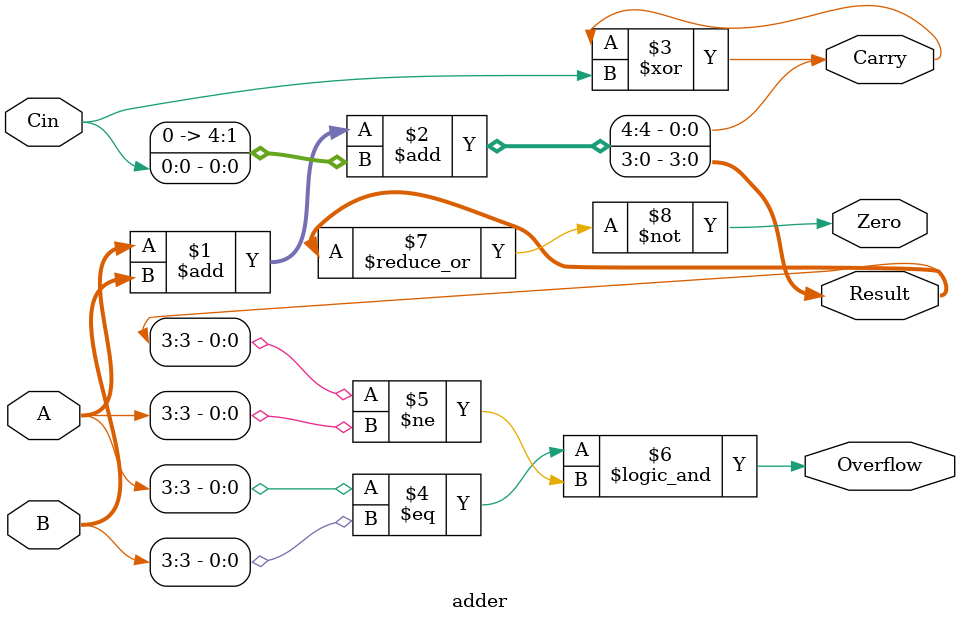
<source format=v>
module adder(
        input Cin,
        input [3:0] A,
        input [3:0] B,
        output reg [3:0] Result,
        output reg Carry,
        output reg Zero,
        output reg Overflow
    );
    assign {Carry, Result} = A + B + {{3{1'b0}},Cin};
    assign Carry = Carry ^ Cin;
    assign Overflow = (A[3] == B[3] && Result[3] != A[3]);
    assign Zero = ~(| Result);

endmodule

</source>
